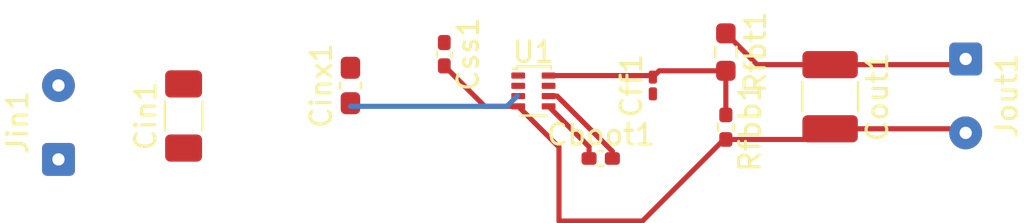
<source format=kicad_pcb>
(kicad_pcb (version 20221018) (generator pcbnew)
  (layers (0 "F.Cu" signal) (31 "B.Cu" signal) (34 "B.Paste" user) (35 "F.Paste" user) (36 "B.SilkS" user "B.Silkscreen") (37 "F.SilkS" user "F.Silkscreen") (38 "B.Mask" user) (39 "F.Mask" user) (44 "Edge.Cuts" user))
  (net 0 "")
  (net 1 "Net-(U1-SW)")
  (net 2 "Net-(U1-BST)")
  (net 3 "Net-(Cff1-Pad1)")
  (net 4 "Net-(U1-FB)")
  (net 5 "+24V")
  (net 6 "+12V")
  (net 7 "Net-(U1-SS)")
  (net 10 "GND")
  (footprint "Capacitor_SMD:C_0402_1005Metric_Pad0.74x0.62mm_HandSolder" (layer "F.Cu") (at 113.284 56.896)
    (fp_text reference "Cboot1" (at 0 -1.16) (layer "F.SilkS"))
    (fp_text value "100nF")
    (fp_line (start -0.115835 -0.36) (end 0.115835 -0.36) (stroke (width 0.12)) (layer "F.SilkS"))
    (fp_line (start -0.115835 0.36) (end 0.115835 0.36) (stroke (width 0.12)) (layer "F.SilkS"))
    (pad "1" smd roundrect (at -0.5675 0) (size 0.735 0.62) (layers "F.Cu" "F.Paste" "F.Mask") (net 1 "Net-(U1-SW)"))
    (pad "2" smd roundrect (at 0.5675 0) (size 0.735 0.62) (layers "F.Cu" "F.Paste" "F.Mask") (net 2 "Net-(U1-BST)"))
  )
  (footprint "Capacitor_SMD:C_1206_3216Metric_Pad1.33x1.80mm_HandSolder" (layer "F.Cu") (at 92.964 54.8255 90)
    (fp_text reference "Cin1" (at 0 -1.85 90) (layer "F.SilkS"))
    (fp_text value "10u")
    (fp_line (start -0.711252 -0.91) (end 0.711252 -0.91) (stroke (width 0.12)) (layer "F.SilkS"))
    (fp_line (start -0.711252 0.91) (end 0.711252 0.91) (stroke (width 0.12)) (layer "F.SilkS"))
    (pad "1" smd roundrect (at -1.5625 0 90) (size 1.325 1.8) (layers "F.Cu" "F.Paste" "F.Mask") (roundrect_rratio 0.188679) (net 5 "+24V"))
    (pad "2" smd roundrect (at 1.5625 0 90) (size 1.325 1.8) (layers "F.Cu" "F.Paste" "F.Mask") (roundrect_rratio 0.188679) (net 10 "GND"))
  )
  (footprint "Capacitor_SMD:C_1210_3225Metric_Pad1.33x2.70mm_HandSolder" (layer "F.Cu") (at 124.46 53.8865 -90)
    (fp_text reference "Cout1" (at 0 -2.3 90) (layer "F.SilkS"))
    (fp_text value "47u")
    (fp_line (start -0.711252 -1.36) (end 0.711252 -1.36) (stroke (width 0.12)) (layer "F.SilkS"))
    (fp_line (start -0.711252 1.36) (end 0.711252 1.36) (stroke (width 0.12)) (layer "F.SilkS"))
    (pad "1" smd roundrect (at -1.5625 0 270) (size 1.325 2.7) (layers "F.Cu" "F.Paste" "F.Mask") (roundrect_rratio 0.188679) (net 6 "+12V"))
    (pad "2" smd roundrect (at 1.5625 0 270) (size 1.325 2.7) (layers "F.Cu" "F.Paste" "F.Mask") (roundrect_rratio 0.188679) (net 10 "GND"))
  )
  (footprint "Resistor_SMD:R_0402_1005Metric_Pad0.72x0.64mm_HandSolder" (layer "F.Cu") (at 119.38 55.372 -90)
    (fp_text reference "Rfbb1" (at 0 -1.17 90) (layer "F.SilkS"))
    (fp_text value "10k")
    (fp_line (start -0.167621 -0.38) (end 0.167621 -0.38) (stroke (width 0.12)) (layer "F.SilkS"))
    (fp_line (start -0.167621 0.38) (end 0.167621 0.38) (stroke (width 0.12)) (layer "F.SilkS"))
    (pad "1" smd roundrect (at -0.5975 0 270) (size 0.715 0.64) (layers "F.Cu" "F.Paste" "F.Mask") (net 4 "Net-(U1-FB)"))
    (pad "2" smd roundrect (at 0.5975 0 270) (size 0.715 0.64) (layers "F.Cu" "F.Paste" "F.Mask") (net 10 "GND"))
  )
  (footprint "Connector_Wire:SolderWire-0.1sqmm_1x02_P3.6mm_D0.4mm_OD1mm" (layer "F.Cu") (at 131.064 52.048 -90)
    (fp_text reference "Jout1" (at 1.8 -2 90) (layer "F.SilkS"))
    (fp_text value "Conn_01x02")
    (pad "1" thru_hole roundrect (at 0 0 270) (size 1.6 1.6) (drill 0.6) (layers "*.Cu" "*.Mask") (roundrect_rratio 0.15625) (net 6 "+12V"))
    (pad "2" thru_hole circle (at 3.6 0 270) (size 1.6 1.6) (drill 0.6) (layers "*.Cu" "*.Mask") (net 10 "GND"))
  )
  (footprint "Capacitor_SMD:C_0402_1005Metric_Pad0.74x0.62mm_HandSolder" (layer "F.Cu") (at 105.664 51.816 -90)
    (fp_text reference "Css1" (at 0 -1.16 90) (layer "F.SilkS"))
    (fp_text value "33n")
    (fp_line (start -0.115835 -0.36) (end 0.115835 -0.36) (stroke (width 0.12)) (layer "F.SilkS"))
    (fp_line (start -0.115835 0.36) (end 0.115835 0.36) (stroke (width 0.12)) (layer "F.SilkS"))
    (pad "1" smd roundrect (at -0.5675 0 270) (size 0.735 0.62) (layers "F.Cu" "F.Paste" "F.Mask") (net 7 "Net-(U1-SS)"))
    (pad "2" smd roundrect (at 0.5675 0 270) (size 0.735 0.62) (layers "F.Cu" "F.Paste" "F.Mask") (net 10 "GND"))
  )
  (footprint "Capacitor_SMD:C_0603_1608Metric_Pad1.08x0.95mm_HandSolder" (layer "F.Cu") (at 101.092 53.34 90)
    (fp_text reference "Cinx1" (at 0 -1.43 90) (layer "F.SilkS"))
    (fp_text value "100n")
    (fp_line (start -0.146267 -0.51) (end 0.146267 -0.51) (stroke (width 0.12)) (layer "F.SilkS"))
    (fp_line (start -0.146267 0.51) (end 0.146267 0.51) (stroke (width 0.12)) (layer "F.SilkS"))
    (pad "1" smd roundrect (at -0.8625 0 90) (size 1.075 0.95) (layers "F.Cu" "F.Paste" "F.Mask") (net 5 "+24V"))
    (pad "2" smd roundrect (at 0.8625 0 90) (size 1.075 0.95) (layers "F.Cu" "F.Paste" "F.Mask") (net 10 "GND"))
  )
  (footprint "Resistor_SMD:R_0603_1608Metric_Pad0.98x0.95mm_HandSolder" (layer "F.Cu") (at 119.38 51.7125 -90)
    (fp_text reference "Rfbt1" (at 0 -1.43 90) (layer "F.SilkS"))
    (fp_text value "140k")
    (fp_line (start -0.254724 -0.5225) (end 0.254724 -0.5225) (stroke (width 0.12)) (layer "F.SilkS"))
    (fp_line (start -0.254724 0.5225) (end 0.254724 0.5225) (stroke (width 0.12)) (layer "F.SilkS"))
    (pad "1" smd roundrect (at -0.9125 0 270) (size 0.975 0.95) (layers "F.Cu" "F.Paste" "F.Mask") (net 6 "+12V"))
    (pad "2" smd roundrect (at 0.9125 0 270) (size 0.975 0.95) (layers "F.Cu" "F.Paste" "F.Mask") (net 4 "Net-(U1-FB)"))
  )
  (footprint "Connector_Wire:SolderWire-0.1sqmm_1x02_P3.6mm_D0.4mm_OD1mm" (layer "F.Cu") (at 86.868 56.94 90)
    (fp_text reference "Jin1" (at 1.8 -2 90) (layer "F.SilkS"))
    (fp_text value "Conn_01x02")
    (pad "1" thru_hole roundrect (at 0 0 90) (size 1.6 1.6) (drill 0.6) (layers "*.Cu" "*.Mask") (roundrect_rratio 0.15625) (net 5 "+24V"))
    (pad "2" thru_hole circle (at 3.6 0 90) (size 1.6 1.6) (drill 0.6) (layers "*.Cu" "*.Mask") (net 10 "GND"))
  )
  (footprint "Capacitor_SMD:C_0201_0603Metric_Pad0.64x0.40mm_HandSolder" (layer "F.Cu") (at 115.824 53.34 90)
    (fp_text reference "Cff1" (at 0 -1.05 90) (layer "F.SilkS"))
    (fp_text value "47p")
    (pad "1" smd roundrect (at -0.4075 0 90) (size 0.635 0.4) (layers "F.Cu" "F.Mask") (net 3 "Net-(Cff1-Pad1)"))
    (pad "2" smd roundrect (at 0.4075 0 90) (size 0.635 0.4) (layers "F.Cu" "F.Mask") (net 4 "Net-(U1-FB)"))
  )
  (footprint "Package_TO_SOT_SMD:SOT-583-8" (layer "F.Cu") (at 110.004 53.606)
    (fp_text reference "U1" (at 0 -1.9 unlocked) (layer "F.SilkS"))
    (fp_text value "TPS62932")
    (fp_line (start -0.8 -1.2) (end 0.85 -1.2) (stroke (width 0.12)) (layer "F.SilkS"))
    (fp_line (start -0.8 -1.075) (end -1 -1.075) (stroke (width 0.12)) (layer "F.SilkS"))
    (fp_line (start -0.8 -1.075) (end -0.8 -1.2) (stroke (width 0.12)) (layer "F.SilkS"))
    (fp_line (start 0.65 1.2) (end -0.65 1.2) (stroke (width 0.12)) (layer "F.SilkS"))
    (fp_line (start 0.85 -1.2) (end 0.85 -1.075) (stroke (width 0.12)) (layer "F.SilkS"))
    (pad "1" smd roundrect (at -0.74 -0.75) (size 0.67 0.3) (layers "F.Cu" "F.Paste" "F.Mask") (roundrect_rratio 0.1666666667))
    (pad "2" smd roundrect (at -0.74 -0.25) (size 0.67 0.3) (layers "F.Cu" "F.Paste" "F.Mask") (roundrect_rratio 0.1666666667))
    (pad "3" smd roundrect (at -0.74 0.25) (size 0.67 0.3) (layers "F.Cu" "F.Paste" "F.Mask") (roundrect_rratio 0.1666666667) (net 5 "+24V"))
    (pad "4" smd roundrect (at -0.74 0.75) (size 0.67 0.3) (layers "F.Cu" "F.Paste" "F.Mask") (roundrect_rratio 0.1666666667) (net 10 "GND"))
    (pad "5" smd roundrect (at 0.74 0.75) (size 0.67 0.3) (layers "F.Cu" "F.Paste" "F.Mask") (roundrect_rratio 0.1666666667) (net 1 "Net-(U1-SW)"))
    (pad "6" smd roundrect (at 0.74 0.25) (size 0.67 0.3) (layers "F.Cu" "F.Paste" "F.Mask") (roundrect_rratio 0.1666666667) (net 2 "Net-(U1-BST)"))
    (pad "7" smd roundrect (at 0.74 -0.25) (size 0.67 0.3) (layers "F.Cu" "F.Paste" "F.Mask") (roundrect_rratio 0.1666666667) (net 7 "Net-(U1-SS)"))
    (pad "8" smd roundrect (at 0.74 -0.75) (size 0.67 0.3) (layers "F.Cu" "F.Paste" "F.Mask") (roundrect_rratio 0.1666666667) (net 4 "Net-(U1-FB)"))
  )
  (segment (start 108.712 54.356) (end 109.22 53.848) (width 0.25) (layer "B.Cu") (net 0))
  (segment (start 101.092 54.356) (end 108.712 54.356) (width 0.25) (layer "B.Cu") (net 0))
  (segment (start 110.744 54.356) (end 112.7165 56.3285) (width 0.25) (layer "F.Cu") (net 1))
  (segment (start 112.7165 56.3285) (end 112.7165 56.896) (width 0.25) (layer "F.Cu") (net 1))
  (segment (start 111.160716 53.856) (end 113.8515 56.546784) (width 0.25) (layer "F.Cu") (net 2))
  (segment (start 113.8515 56.546784) (end 113.8515 56.896) (width 0.25) (layer "F.Cu") (net 2))
  (segment (start 110.744 53.856) (end 111.160716 53.856) (width 0.25) (layer "F.Cu") (net 2))
  (segment (start 116.1315 52.625) (end 115.824 52.9325) (width 0.25) (layer "F.Cu") (net 4))
  (segment (start 119.38 52.625) (end 116.1315 52.625) (width 0.25) (layer "F.Cu") (net 4))
  (segment (start 110.744 52.856) (end 115.7475 52.856) (width 0.25) (layer "F.Cu") (net 4))
  (segment (start 119.38 52.625) (end 119.38 54.7745) (width 0.25) (layer "F.Cu") (net 4))
  (segment (start 115.7475 52.856) (end 115.824 52.9325) (width 0.25) (layer "F.Cu") (net 4))
  (segment (start 124.46 52.324) (end 130.788 52.324) (width 0.25) (layer "F.Cu") (net 6))
  (segment (start 130.788 52.324) (end 131.064 52.048) (width 0.25) (layer "F.Cu") (net 6))
  (segment (start 124.46 52.324) (end 120.904 52.324) (width 0.25) (layer "F.Cu") (net 6))
  (segment (start 120.904 52.324) (end 119.38 50.8) (width 0.25) (layer "F.Cu") (net 6))
  (segment (start 115.316 59.944) (end 111.252 59.944) (width 0.25) (layer "F.Cu") (net 10))
  (segment (start 123.9395 55.9695) (end 124.46 55.449) (width 0.25) (layer "F.Cu") (net 10))
  (segment (start 124.46 55.449) (end 130.865 55.449) (width 0.25) (layer "F.Cu") (net 10))
  (segment (start 111.252 59.944) (end 111.252 56.344) (width 0.25) (layer "F.Cu") (net 10))
  (segment (start 130.865 55.449) (end 131.064 55.648) (width 0.25) (layer "F.Cu") (net 10))
  (segment (start 111.252 56.344) (end 109.264 54.356) (width 0.25) (layer "F.Cu") (net 10))
  (segment (start 107.6365 54.356) (end 105.664 52.3835) (width 0.25) (layer "F.Cu") (net 10))
  (segment (start 109.264 54.356) (end 107.6365 54.356) (width 0.25) (layer "F.Cu") (net 10))
  (segment (start 119.2905 55.9695) (end 115.316 59.944) (width 0.25) (layer "F.Cu") (net 10))
  (segment (start 119.38 55.9695) (end 123.9395 55.9695) (width 0.25) (layer "F.Cu") (net 10))
  (segment (start 119.38 55.9695) (end 119.2905 55.9695) (width 0.25) (layer "F.Cu") (net 10))
)
</source>
